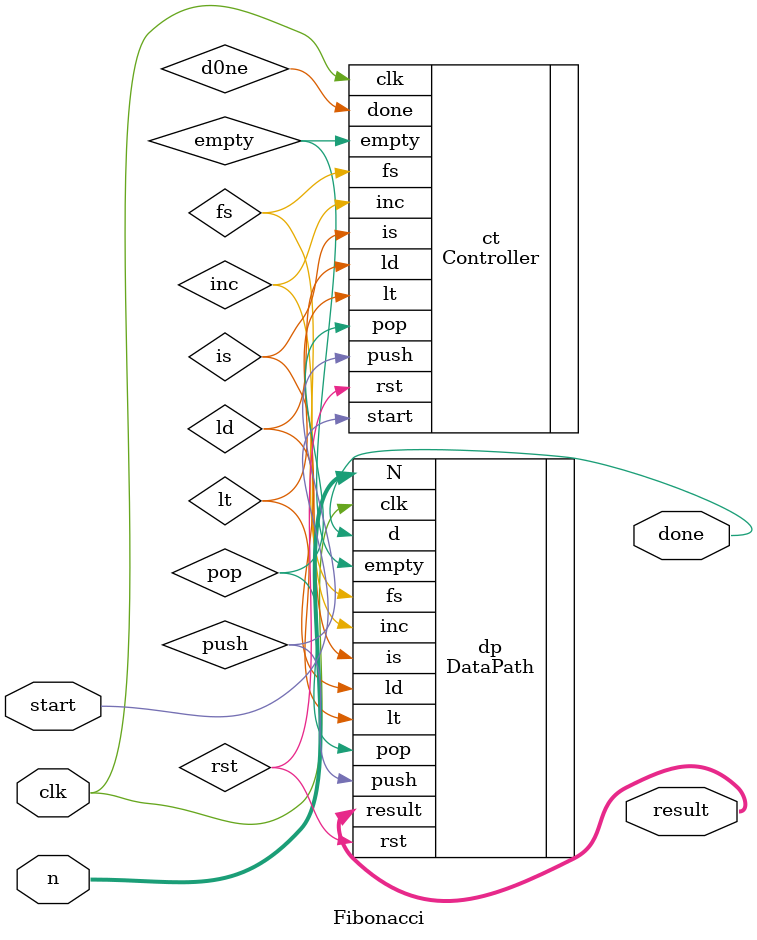
<source format=v>
module Fibonacci (n,clk,start,result,done);
    
    input [2:0]n;
    input clk,start;
    output [4:0]result;
    output done;

    wire is,push,pop,rst,ld,inc,fs,empty,lt;

    DataPath dp(.clk(clk),.rst(rst),.push(push),.d(done),.pop(pop),.ld(ld),.empty(empty),.fs(fs),.is(is),.inc(inc),.N(n),.lt(lt),
                .result(result));
    Controller ct(.clk(clk),.start(start),.empty(empty),.lt(lt),.is(is),.push(push),.rst(rst),.done(d0ne),.ld(ld),.pop(pop),
                .inc(inc),.fs(fs));

endmodule
</source>
